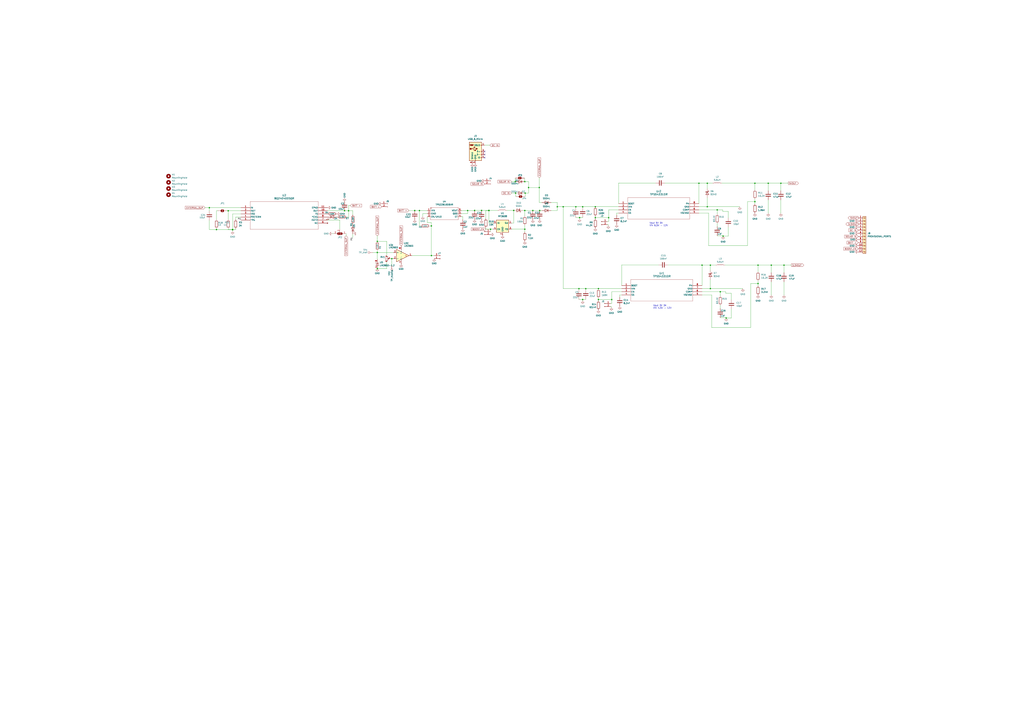
<source format=kicad_sch>
(kicad_sch (version 20231120) (generator "eeschema") (generator_version "8.0")
  (paper "A1")
  (title_block (title "IOT UPS") (rev "1"))
  (junction (at 596.3937 261.366))
  (junction (at 423.418 158.6861))
  (junction (at 191.008 188.6975))
  (junction (at 171.958 170.688))
  (junction (at 580.898 169.926))
  (junction (at 431.038 188.4041))
  (junction (at 443.23 172.974))
  (junction (at 478.536 246.126))
  (junction (at 580.898 150.622))
  (junction (at 462.534 169.926))
  (junction (at 457.708 169.926))
  (junction (at 402.844 188.4041))
  (junction (at 187.452 173.228))
  (junction (at 472.948 169.926))
  (junction (at 431.038 149.2881))
  (junction (at 576.58 217.932))
  (junction (at 622.554 217.932))
  (junction (at 395.478 172.9101))
  (junction (at 431.292 158.6861))
  (junction (at 282.956 173.228))
  (junction (at 633.476 217.932))
  (junction (at 478.536 169.926))
  (junction (at 591.566 239.776))
  (junction (at 389.7594 172.9101))
  (junction (at 491.49 246.1983))
  (junction (at 434.086 154.1141))
  (junction (at 481.076 237.236))
  (junction (at 309.88 198.374))
  (junction (at 191.008 188.7596))
  (junction (at 321.818 212.598))
  (junction (at 488.95 169.926))
  (junction (at 423.164 149.2881))
  (junction (at 641.35 150.622))
  (junction (at 583.438 217.932))
  (junction (at 589.026 172.466))
  (junction (at 437.642 172.974))
  (junction (at 583.438 237.236))
  (junction (at 354.33 185.6556))
  (junction (at 475.488 237.236))
  (junction (at 622.554 233.0306))
  (junction (at 340.614 172.974))
  (junction (at 286.258 173.228))
  (junction (at 620.014 165.7206))
  (junction (at 502.412 246.1983))
  (junction (at 344.4871 173.0209))
  (junction (at 491.49 237.236))
  (junction (at 574.04 150.622))
  (junction (at 401.574 172.9101))
  (junction (at 309.88 220.726))
  (junction (at 354.33 210.058))
  (junction (at 499.872 178.8883))
  (junction (at 421.894 172.9101))
  (junction (at 442.9096 154.1141))
  (junction (at 630.936 150.622))
  (junction (at 593.8537 194.056))
  (junction (at 401.574 172.9677))
  (junction (at 384.0429 173.0209))
  (junction (at 309.88 207.518))
  (junction (at 177.8 188.7038))
  (junction (at 191.008 188.7038))
  (junction (at 431.038 172.974))
  (junction (at 620.014 150.622))
  (junction (at 475.996 178.816))
  (junction (at 488.95 178.8883))
  (junction (at 643.89 217.932))
  (no_connect (at 398.018 127))
  (no_connect (at 398.018 129.54))
  (no_connect (at 398.018 124.46))
  (wire (pts (xy 596.3937 261.112) (xy 596.3937 261.366)))
  (wire (pts (xy 501.396 251.968) (xy 502.158 251.968)))
  (wire (pts (xy 478.536 178.816) (xy 478.536 178.562)))
  (wire (pts (xy 395.478 173.228) (xy 395.478 172.9101)))
  (wire (pts (xy 510.54 242.316) (xy 509.016 242.316)))
  (wire (pts (xy 442.9096 166.37) (xy 442.9096 154.1141)))
  (wire (pts (xy 399.034 179.578) (xy 399.034 172.9677)))
  (wire (pts (xy 600.71 254) (xy 600.71 261.366)))
  (wire (pts (xy 420.37 183.3241) (xy 421.894 183.3241)))
  (wire (pts (xy 499.872 172.466) (xy 499.872 178.8883)))
  (wire (pts (xy 402.844 188.4041) (xy 405.13 188.4041)))
  (wire (pts (xy 340.614 172.974) (xy 344.4871 172.974)))
  (wire (pts (xy 384.0429 173.0209) (xy 389.7594 173.0209)))
  (wire (pts (xy 323.088 207.518) (xy 309.88 207.518)))
  (wire (pts (xy 431.292 161.544) (xy 431.292 158.6861)))
  (wire (pts (xy 499.872 178.8883) (xy 488.95 178.8883)))
  (wire (pts (xy 491.49 237.236) (xy 510.54 237.236)))
  (wire (pts (xy 589.026 172.466) (xy 593.5233 172.466)))
  (wire (pts (xy 171.958 181.102) (xy 171.958 188.7038)))
  (wire (pts (xy 309.88 193.802) (xy 309.88 198.374)))
  (wire (pts (xy 434.086 154.1141) (xy 434.086 158.6861)))
  (wire (pts (xy 168.402 170.688) (xy 171.958 170.688)))
  (wire (pts (xy 613.918 201.93) (xy 613.918 165.7206)))
  (wire (pts (xy 321.818 218.44) (xy 321.818 212.598)))
  (wire (pts (xy 378.9162 178.1009) (xy 380.1449 178.1009)))
  (wire (pts (xy 583.438 229.87) (xy 583.438 237.236)))
  (wire (pts (xy 584.454 269.24) (xy 616.458 269.24)))
  (wire (pts (xy 321.818 212.598) (xy 323.088 212.598)))
  (wire (pts (xy 423.672 158.6861) (xy 423.418 158.6861)))
  (wire (pts (xy 284.734 178.308) (xy 286.258 178.308)))
  (wire (pts (xy 273.05 192.024) (xy 274.066 192.024)))
  (wire (pts (xy 508 150.368) (xy 538.48 150.368)))
  (wire (pts (xy 491.49 246.1983) (xy 491.49 247.142)))
  (wire (pts (xy 598.17 186.69) (xy 598.17 194.056)))
  (wire (pts (xy 421.894 183.3241) (xy 421.894 172.9101)))
  (wire (pts (xy 284.226 192.024) (xy 284.226 193.802)))
  (wire (pts (xy 177.8 180.34) (xy 177.8 173.228)))
  (wire (pts (xy 286.258 178.308) (xy 286.258 173.228)))
  (wire (pts (xy 576.58 242.316) (xy 584.454 242.316)))
  (wire (pts (xy 352.9901 185.6556) (xy 354.33 185.6556)))
  (wire (pts (xy 423.164 146.304) (xy 423.164 149.2881)))
  (wire (pts (xy 584.454 242.316) (xy 584.454 269.24)))
  (wire (pts (xy 591.566 250.952) (xy 591.566 253.492)))
  (wire (pts (xy 279.146 188.214) (xy 279.146 180.848)))
  (wire (pts (xy 171.958 170.688) (xy 197.866 170.688)))
  (wire (pts (xy 306.324 207.518) (xy 309.88 207.518)))
  (wire (pts (xy 574.04 172.466) (xy 589.026 172.466)))
  (wire (pts (xy 641.35 164.338) (xy 641.35 175.26)))
  (wire (pts (xy 510.54 217.678) (xy 541.02 217.678)))
  (wire (pts (xy 596.392 261.366) (xy 596.3937 261.366)))
  (wire (pts (xy 593.852 194.056) (xy 593.8537 194.056)))
  (wire (pts (xy 191.008 188.6975) (xy 191.008 188.7038)))
  (wire (pts (xy 508 175.006) (xy 506.476 175.006)))
  (wire (pts (xy 491.49 245.11) (xy 491.49 246.1983)))
  (wire (pts (xy 481.076 246.126) (xy 481.076 245.872)))
  (wire (pts (xy 402.844 190.246) (xy 402.844 188.4041)))
  (wire (pts (xy 443.23 172.974) (xy 445.008 172.974)))
  (wire (pts (xy 593.8537 194.056) (xy 598.17 194.056)))
  (wire (pts (xy 282.956 173.228) (xy 286.258 173.228)))
  (wire (pts (xy 276.606 178.308) (xy 277.114 178.308)))
  (wire (pts (xy 378.9162 173.0209) (xy 384.0429 173.0209)))
  (wire (pts (xy 191.008 188.6975) (xy 193.548 188.6975)))
  (wire (pts (xy 596.0633 239.776) (xy 596.0633 241.046)))
  (wire (pts (xy 344.4871 173.0209) (xy 344.4871 185.6556)))
  (wire (pts (xy 431.038 172.974) (xy 431.038 177.4821)))
  (wire (pts (xy 191.008 188.7038) (xy 191.008 188.7596)))
  (wire (pts (xy 472.948 178.816) (xy 475.996 178.816)))
  (wire (pts (xy 576.58 217.678) (xy 576.58 217.932)))
  (wire (pts (xy 401.574 183.3241) (xy 401.574 172.9677)))
  (wire (pts (xy 317.754 198.374) (xy 309.88 198.374)))
  (wire (pts (xy 580.898 162.56) (xy 580.898 169.926)))
  (wire (pts (xy 457.708 169.926) (xy 462.534 169.926)))
  (wire (pts (xy 598.17 179.07) (xy 598.17 173.736)))
  (wire (pts (xy 580.898 169.926) (xy 607.568 169.926)))
  (wire (pts (xy 502.412 249.428) (xy 502.412 246.1983)))
  (wire (pts (xy 430.784 149.2881) (xy 431.038 149.2881)))
  (wire (pts (xy 434.086 154.1141) (xy 442.9096 154.1141)))
  (wire (pts (xy 354.33 210.058) (xy 356.6106 210.058)))
  (wire (pts (xy 395.478 172.9101) (xy 401.574 172.9101)))
  (wire (pts (xy 462.534 169.926) (xy 472.948 169.926)))
  (wire (pts (xy 317.754 210.058) (xy 317.754 198.374)))
  (wire (pts (xy 502.412 246.1983) (xy 491.49 246.1983)))
  (wire (pts (xy 574.04 150.622) (xy 574.04 167.386)))
  (wire (pts (xy 576.58 217.932) (xy 583.438 217.932)))
  (wire (pts (xy 622.554 233.0306) (xy 622.554 234.95)))
  (wire (pts (xy 589.026 172.466) (xy 589.026 176.022)))
  (wire (pts (xy 580.898 150.622) (xy 585.216 150.622)))
  (wire (pts (xy 478.536 246.126) (xy 481.076 246.126)))
  (wire (pts (xy 475.488 237.236) (xy 475.488 238.506)))
  (wire (pts (xy 191.008 188.7596) (xy 191.008 189.992)))
  (wire (pts (xy 583.438 222.25) (xy 583.438 217.932)))
  (wire (pts (xy 197.866 175.768) (xy 191.008 175.768)))
  (wire (pts (xy 420.37 188.4041) (xy 431.038 188.4041)))
  (wire (pts (xy 286.258 168.91) (xy 286.258 173.228)))
  (wire (pts (xy 583.438 237.236) (xy 576.58 237.236)))
  (wire (pts (xy 591.566 261.112) (xy 596.3937 261.112)))
  (wire (pts (xy 498.856 184.658) (xy 499.618 184.658)))
  (wire (pts (xy 431.038 172.974) (xy 437.642 172.974)))
  (wire (pts (xy 499.872 182.118) (xy 499.872 178.8883)))
  (wire (pts (xy 350.9762 182.9485) (xy 354.33 182.9485)))
  (wire (pts (xy 344.4871 173.0209) (xy 350.9762 173.0209)))
  (wire (pts (xy 452.628 166.37) (xy 457.708 166.37)))
  (wire (pts (xy 643.89 224.028) (xy 643.89 217.932)))
  (wire (pts (xy 431.038 188.4041) (xy 431.038 190.6901)))
  (wire (pts (xy 193.548 178.308) (xy 193.548 180.34)))
  (wire (pts (xy 380.1449 178.1009) (xy 380.1449 180.4599)))
  (wire (pts (xy 580.898 169.926) (xy 574.04 169.926)))
  (wire (pts (xy 429.514 172.9101) (xy 431.038 172.9101)))
  (wire (pts (xy 289.814 184.658) (xy 289.814 184.15)))
  (wire (pts (xy 399.034 187.198) (xy 399.034 188.4041)))
  (wire (pts (xy 622.554 223.266) (xy 622.554 217.932)))
  (wire (pts (xy 598.17 173.736) (xy 593.5233 173.736)))
  (wire (pts (xy 475.996 179.832) (xy 475.996 178.816)))
  (wire (pts (xy 187.452 187.96) (xy 187.452 188.7596)))
  (wire (pts (xy 431.038 158.6861) (xy 431.292 158.6861)))
  (wire (pts (xy 431.038 185.1021) (xy 431.038 188.4041)))
  (wire (pts (xy 620.014 155.956) (xy 620.014 150.622)))
  (wire (pts (xy 416.306 172.9101) (xy 421.894 172.9101)))
  (wire (pts (xy 289.814 173.228) (xy 289.814 176.53)))
  (wire (pts (xy 344.4871 172.974) (xy 344.4871 173.0209)))
  (wire (pts (xy 399.034 172.9677) (xy 401.574 172.9677)))
  (wire (pts (xy 546.1 150.368) (xy 574.04 150.368)))
  (wire (pts (xy 462.534 169.926) (xy 462.534 237.236)))
  (wire (pts (xy 591.566 239.776) (xy 596.0633 239.776)))
  (wire (pts (xy 574.04 150.368) (xy 574.04 150.622)))
  (wire (pts (xy 574.04 175.006) (xy 581.914 175.006)))
  (wire (pts (xy 501.396 249.428) (xy 502.412 249.428)))
  (wire (pts (xy 581.914 201.93) (xy 613.918 201.93)))
  (wire (pts (xy 434.086 149.2881) (xy 434.086 154.1141)))
  (wire (pts (xy 437.642 172.974) (xy 443.23 172.974)))
  (wire (pts (xy 499.618 184.658) (xy 499.618 185.42)))
  (wire (pts (xy 633.476 217.932) (xy 643.89 217.932)))
  (wire (pts (xy 389.7594 173.0209) (xy 389.7594 172.9101)))
  (wire (pts (xy 442.9096 154.1141) (xy 442.976 154.1141)))
  (wire (pts (xy 481.076 238.252) (xy 481.076 237.236)))
  (wire (pts (xy 171.958 173.482) (xy 171.958 170.688)))
  (wire (pts (xy 401.574 172.9677) (xy 401.574 172.9101)))
  (wire (pts (xy 420.116 158.6861) (xy 423.418 158.6861)))
  (wire (pts (xy 309.88 207.518) (xy 309.88 213.106)))
  (wire (pts (xy 442.976 154.1141) (xy 442.976 146.05)))
  (wire (pts (xy 472.948 169.926) (xy 472.948 171.196)))
  (wire (pts (xy 171.958 188.7038) (xy 177.8 188.7038)))
  (wire (pts (xy 583.438 217.932) (xy 587.756 217.932)))
  (wire (pts (xy 633.476 231.648) (xy 633.476 242.57)))
  (wire (pts (xy 620.014 163.576) (xy 620.014 165.7206)))
  (wire (pts (xy 475.488 237.236) (xy 481.076 237.236)))
  (wire (pts (xy 268.986 173.228) (xy 282.956 173.228)))
  (wire (pts (xy 478.536 169.926) (xy 488.95 169.926)))
  (wire (pts (xy 589.026 193.802) (xy 593.8537 193.802)))
  (wire (pts (xy 630.936 150.622) (xy 641.35 150.622)))
  (wire (pts (xy 616.458 233.0306) (xy 622.554 233.0306)))
  (wire (pts (xy 384.0429 175.5609) (xy 384.0429 173.0209)))
  (wire (pts (xy 197.866 178.308) (xy 193.548 178.308)))
  (wire (pts (xy 620.014 150.622) (xy 630.936 150.622)))
  (wire (pts (xy 389.7594 172.9101) (xy 395.478 172.9101)))
  (wire (pts (xy 457.708 166.37) (xy 457.708 169.926)))
  (wire (pts (xy 317.754 215.138) (xy 317.754 220.726)))
  (wire (pts (xy 430.784 146.304) (xy 430.784 149.2881)))
  (wire (pts (xy 488.95 177.8) (xy 488.95 178.8883)))
  (wire (pts (xy 643.89 217.932) (xy 649.986 217.932)))
  (wire (pts (xy 177.8 188.7038) (xy 191.008 188.7038)))
  (wire (pts (xy 420.116 149.2881) (xy 423.164 149.2881)))
  (wire (pts (xy 641.35 156.718) (xy 641.35 150.622)))
  (wire (pts (xy 423.672 161.544) (xy 423.672 158.6861)))
  (wire (pts (xy 309.88 205.994) (xy 309.88 207.518)))
  (wire (pts (xy 591.566 239.776) (xy 591.566 243.332)))
  (wire (pts (xy 335.788 172.974) (xy 340.614 172.974)))
  (wire (pts (xy 593.8537 193.802) (xy 593.8537 194.056)))
  (wire (pts (xy 457.708 172.974) (xy 457.708 169.926)))
  (wire (pts (xy 345.3701 185.6556) (xy 344.4871 185.6556)))
  (wire (pts (xy 633.476 224.028) (xy 633.476 217.932)))
  (wire (pts (xy 401.574 172.9101) (xy 408.686 172.9101)))
  (wire (pts (xy 423.164 149.2881) (xy 423.418 149.2881)))
  (wire (pts (xy 431.038 172.9101) (xy 431.038 172.974)))
  (wire (pts (xy 478.536 247.142) (xy 478.536 246.126)))
  (wire (pts (xy 289.814 192.278) (xy 289.814 195.072)))
  (wire (pts (xy 502.412 239.776) (xy 502.412 246.1983)))
  (wire (pts (xy 338.328 210.058) (xy 354.33 210.058)))
  (wire (pts (xy 576.58 217.932) (xy 576.58 234.696)))
  (wire (pts (xy 510.54 234.696) (xy 510.54 217.678)))
  (wire (pts (xy 491.49 237.49) (xy 491.49 237.236)))
  (wire (pts (xy 287.782 168.91) (xy 286.258 168.91)))
  (wire (pts (xy 431.292 158.6861) (xy 434.086 158.6861)))
  (wire (pts (xy 347.2387 175.5609) (xy 347.2387 177.8899)))
  (wire (pts (xy 593.5233 172.466) (xy 593.5233 173.736)))
  (wire (pts (xy 592.836 150.622) (xy 620.014 150.622)))
  (wire (pts (xy 478.536 170.942) (xy 478.536 169.926)))
  (wire (pts (xy 481.076 237.236) (xy 491.49 237.236)))
  (wire (pts (xy 508 167.386) (xy 508 150.368)))
  (wire (pts (xy 488.95 169.926) (xy 508 169.926)))
  (wire (pts (xy 354.33 182.9485) (xy 354.33 185.6556)))
  (wire (pts (xy 580.898 154.94) (xy 580.898 150.622)))
  (wire (pts (xy 356.6106 210.058) (xy 356.6106 210.0678)))
  (wire (pts (xy 452.628 172.974) (xy 457.708 172.974)))
  (wire (pts (xy 402.336 119.38) (xy 398.018 119.38)))
  (wire (pts (xy 508 172.466) (xy 499.872 172.466)))
  (wire (pts (xy 186.436 173.228) (xy 187.452 173.228)))
  (wire (pts (xy 279.146 180.848) (xy 268.986 180.848)))
  (wire (pts (xy 286.258 173.228) (xy 289.814 173.228)))
  (wire (pts (xy 506.476 175.006) (xy 506.476 176.784)))
  (wire (pts (xy 596.3937 261.366) (xy 600.71 261.366)))
  (wire (pts (xy 354.33 185.6556) (xy 354.33 210.058)))
  (wire (pts (xy 630.936 156.718) (xy 630.936 150.622)))
  (wire (pts (xy 177.8 187.96) (xy 177.8 188.7038)))
  (wire (pts (xy 197.866 173.228) (xy 187.452 173.228)))
  (wire (pts (xy 317.754 220.726) (xy 309.88 220.726)))
  (wire (pts (xy 574.04 150.622) (xy 580.898 150.622)))
  (wire (pts (xy 643.89 231.648) (xy 643.89 242.57)))
  (wire (pts (xy 616.458 269.24) (xy 616.458 233.0306)))
  (wire (pts (xy 399.034 188.4041) (xy 402.844 188.4041)))
  (wire (pts (xy 488.95 178.8883) (xy 488.95 179.832)))
  (wire (pts (xy 502.158 251.968) (xy 502.158 252.73)))
  (wire (pts (xy 350.9762 178.1009) (xy 350.9762 182.9485)))
  (wire (pts (xy 510.54 239.776) (xy 502.412 239.776)))
  (wire (pts (xy 177.8 173.228) (xy 178.816 173.228)))
  (wire (pts (xy 187.452 173.228) (xy 187.452 180.34)))
  (wire (pts (xy 475.996 178.816) (xy 478.536 178.816)))
  (wire (pts (xy 378.9162 175.5609) (xy 384.0429 175.5609)))
  (wire (pts (xy 472.948 169.926) (xy 478.536 169.926)))
  (wire (pts (xy 431.038 149.2881) (xy 434.086 149.2881)))
  (wire (pts (xy 622.554 217.932) (xy 633.476 217.932)))
  (wire (pts (xy 350.9762 175.5609) (xy 347.2387 175.5609)))
  (wire (pts (xy 595.376 217.932) (xy 622.554 217.932)))
  (wire (pts (xy 583.438 237.236) (xy 610.108 237.236)))
  (wire (pts (xy 576.58 239.776) (xy 591.566 239.776)))
  (wire (pts (xy 488.95 169.926) (xy 488.95 170.18)))
  (wire (pts (xy 405.13 183.3241) (xy 401.574 183.3241)))
  (wire (pts (xy 630.936 164.338) (xy 630.936 175.26)))
  (wire (pts (xy 589.026 183.642) (xy 589.026 186.182)))
  (wire (pts (xy 498.856 182.118) (xy 499.872 182.118)))
  (wire (pts (xy 620.014 165.7206) (xy 620.014 167.64)))
  (wire (pts (xy 581.914 175.006) (xy 581.914 201.93)))
  (wire (pts (xy 509.016 242.316) (xy 509.016 244.094)))
  (wire (pts (xy 462.534 237.236) (xy 475.488 237.236)))
  (wire (pts (xy 320.294 212.598) (xy 321.818 212.598)))
  (wire (pts (xy 613.918 165.7206) (xy 620.014 165.7206)))
  (wire (pts (xy 641.35 150.622) (xy 647.446 150.622)))
  (wire (pts (xy 548.64 217.678) (xy 576.58 217.678)))
  (wire (pts (xy 191.008 175.768) (xy 191.008 188.6975)))
  (wire (pts (xy 600.71 246.38) (xy 600.71 241.046)))
  (wire (pts (xy 445.008 166.37) (xy 442.9096 166.37)))
  (wire (pts (xy 187.452 188.7596) (xy 191.008 188.7596)))
  (wire (pts (xy 475.488 246.126) (xy 478.536 246.126)))
  (wire (pts (xy 600.71 241.046) (xy 596.0633 241.046)))
  (wire (pts (xy 622.554 230.886) (xy 622.554 233.0306)))
  (wire (pts (xy 193.548 187.96) (xy 193.548 188.6975)))
  (text "Vout 3V 3A\nVin 4.5V - 12V" (at 536.448 252.222 0) (effects (font (size 1.27 1.27)) (justify left)))
  (text "Vout 5V 3A\nVin 6.5V - 12V" (at 533.4 184.404 0) (effects (font (size 1.27 1.27)) (justify left)))
  (label "PG" (at 197.866 180.848 180))
  (label "PG" (at 289.814 195.072 270))
  (global_label "EXTERNAL_SUP" (shape input) (at 309.88 193.802 90) (property "Intersheetrefs" "${INTERSHEET_REFS}" (effects (hide yes))))
  (global_label "EXTERNAL_SUP" (shape input) (at 284.226 193.802 270) (property "Intersheetrefs" "${INTERSHEET_REFS}" (effects (hide yes))))
  (global_label "DC IN" (shape input) (at 402.336 119.38 0) (property "Intersheetrefs" "${INTERSHEET_REFS}" (effects (hide yes))))
  (global_label "EXTERNAL_SUP" (shape input) (at 442.976 146.05 90) (property "Intersheetrefs" "${INTERSHEET_REFS}" (effects (hide yes))))
  (global_label "BATT +" (shape input) (at 704.85 199.39 180) (property "Intersheetrefs" "${INTERSHEET_REFS}" (effects (hide yes))))
  (global_label "5VOUT" (shape output) (at 704.85 179.07 180) (property "Intersheetrefs" "${INTERSHEET_REFS}" (effects (hide yes))))
  (global_label "SOLAR IN" (shape input) (at 420.116 149.2881 180) (property "Intersheetrefs" "${INTERSHEET_REFS}" (effects (hide yes))))
  (global_label "SOLAR IN" (shape input) (at 398.018 151.13 180) (property "Intersheetrefs" "${INTERSHEET_REFS}" (effects (hide yes))))
  (global_label "DC IN" (shape input) (at 704.85 189.23 180) (property "Intersheetrefs" "${INTERSHEET_REFS}" (effects (hide yes))))
  (global_label "BOOST_EN" (shape input) (at 704.85 204.47 180) (property "Intersheetrefs" "${INTERSHEET_REFS}" (effects (hide yes))))
  (global_label "BATT +" (shape input) (at 335.788 172.974 180) (property "Intersheetrefs" "${INTERSHEET_REFS}" (effects (hide yes))))
  (global_label "BATT +" (shape input) (at 313.436 169.926 180) (property "Intersheetrefs" "${INTERSHEET_REFS}" (effects (hide yes))))
  (global_label "DC IN" (shape input) (at 420.116 158.6861 180) (property "Intersheetrefs" "${INTERSHEET_REFS}" (effects (hide yes))))
  (global_label "3.3VOUT" (shape output) (at 649.986 217.932 0) (property "Intersheetrefs" "${INTERSHEET_REFS}" (effects (hide yes))))
  (global_label "5VOUT" (shape output) (at 647.446 150.622 0) (property "Intersheetrefs" "${INTERSHEET_REFS}" (effects (hide yes))))
  (global_label "EXTERNAL_SUP" (shape input) (at 168.402 170.688 180) (property "Intersheetrefs" "${INTERSHEET_REFS}" (effects (hide yes))))
  (global_label "EXTERNAL_SUP" (shape input) (at 329.438 201.93 90) (property "Intersheetrefs" "${INTERSHEET_REFS}" (effects (hide yes))))
  (global_label "BOOST_EN" (shape input) (at 399.034 188.4041 180) (property "Intersheetrefs" "${INTERSHEET_REFS}" (effects (hide yes))))
  (global_label "3.3VOUT" (shape output) (at 704.85 184.15 180) (property "Intersheetrefs" "${INTERSHEET_REFS}" (effects (hide yes))))
  (global_label "SOLAR IN" (shape input) (at 704.85 194.31 180) (property "Intersheetrefs" "${INTERSHEET_REFS}" (effects (hide yes))))
  (global_label "BATT +" (shape input) (at 287.782 168.91 0) (property "Intersheetrefs" "${INTERSHEET_REFS}" (effects (hide yes))))
  (symbol (lib_id "Connector:TestPoint") (at 321.818 218.44 180) (unit 1)
    (property "Reference" "TP2" (at 319.786 224.79 90))
    (property "Value" "TP_Vcomp" (at 321.818 226.568 90))
    (property "Footprint" "TestPoint:TestPoint_Keystone_5005-5009_Compact" (effects (hide yes)))
    (property "Description" "test point" (effects (hide yes)))
  )
  (symbol (lib_id "power:GND") (at 643.89 242.57 0) (unit 1)
    (property "Reference" "#PWR028" (effects (hide yes)))
    (property "Value" "GND" (at 643.89 247.142 0))
    (property "Description" "Power symbol creates a global label with name \"GND\" , ground" (effects (hide yes)))
  )
  (symbol (lib_id "Device:C") (at 506.476 180.594 0) (unit 1)
    (property "Reference" "C7" (at 509.524 179.3239 0) (effects (justify left)))
    (property "Value" "8.2nF" (at 509.524 181.8639 0) (effects (justify left)))
    (property "Footprint" "Capacitor_SMD:C_0603_1608Metric_Pad1.08x0.95mm_HandSolder" (effects (hide yes)))
    (property "Description" "Unpolarized capacitor" (effects (hide yes)))
    (property "LCSC" "C1322360" (effects (hide yes)))
  )
  (symbol (lib_id "Device:C") (at 472.948 175.006 0) (unit 1)
    (property "Reference" "C4" (at 469.9 172.974 0) (effects (justify left)))
    (property "Value" "22uF" (at 467.868 177.038 0) (effects (justify left)))
    (property "Footprint" "Capacitor_SMD:C_0805_2012Metric_Pad1.18x1.45mm_HandSolder" (effects (hide yes)))
    (property "Description" "Unpolarized capacitor" (effects (hide yes)))
    (property "LCSC" "C45783" (effects (hide yes)))
  )
  (symbol (lib_id "Device:R") (at 431.038 181.2921 0) (unit 1)
    (property "Reference" "R1" (at 427.228 179.578 0) (effects (justify left)))
    (property "Value" "100K" (at 424.688 182.118 0) (effects (justify left)))
    (property "Footprint" "Resistor_SMD:R_0603_1608Metric_Pad0.98x0.95mm_HandSolder" (effects (hide yes)))
    (property "Description" "Resistor" (effects (hide yes)))
    (property "LCSC" "C25803" (effects (hide yes)))
  )
  (symbol (lib_id "power:GND") (at 704.85 181.61 270) (unit 1)
    (property "Reference" "#PWR043" (effects (hide yes)))
    (property "Value" "GND" (at 699.77 181.61 90))
    (property "Description" "Power symbol creates a global label with name \"GND\" , ground" (effects (hide yes)))
  )
  (symbol (lib_id "Comparator:LM2903") (at 331.978 209.55 0) (unit 3)
    (property "Reference" "U3" (at 331.724 199.898 0) (effects (justify left)))
    (property "Value" "LM2903" (at 331.978 202.184 0) (effects (justify left)))
    (property "Footprint" "Package_SO:SOIC-8_3.9x4.9mm_P1.27mm" (effects (hide yes)))
    (property "Datasheet" "http://www.ti.com/lit/ds/symlink/lm393.pdf" (effects (hide yes)))
    (property "Description" "Low-Power, Low-Offset Voltage, Dual Comparators, DIP-8/SOIC-8/SOP-8/TSSOP-8/VSSOP-8" (effects (hide yes)))
    (property "LCSC" "C7549" (effects (hide yes)))
  )
  (symbol (lib_id "2024-09-10_13-19-56:TPS22810DBVR") (at 364.9462 175.5609 0) (unit 1)
    (property "Reference" "U4" (at 364.9462 165.6549 0))
    (property "Value" "TPS22810DBVR" (at 364.9462 168.1949 0))
    (property "Footprint" "InnovationCentral:SOT-23-6_L2.9-W1.6-P0.95-LS2.8-BL" (effects (hide yes)))
    (property "Datasheet" "https://www.ti.com/cn/lit/gpn/tps22810" (effects (hide yes)))
    (property "Description" "Number of Outputs:1 Output Current:2A Input Voltage:2.7V~18V Input Voltage:2.7V~18V Resistor On-State:79mΩ Operating Temperature	-:-40°C~+105°C Operating Temperature	-:-40°C~+105°C" (effects (hide yes)))
    (property "LCSC" "C205990" (effects (hide yes)))
  )
  (symbol (lib_id "Device:R") (at 589.026 179.832 0) (unit 1)
    (property "Reference" "R10" (at 590.55 178.308 0) (effects (justify left)))
    (property "Value" "60.4K" (at 586.486 182.626 90) (effects (justify left)))
    (property "Footprint" "Resistor_SMD:R_0603_1608Metric_Pad0.98x0.95mm_HandSolder" (effects (hide yes)))
    (property "Description" "Resistor" (effects (hide yes)))
    (property "LCSC" "C2933245" (effects (hide yes)))
  )
  (symbol (lib_id "Connector:Conn_01x02_Socket") (at 403.098 148.59 0) (unit 1)
    (property "Reference" "J4" (at 402.844 146.558 0))
    (property "Value" "Conn_01x02_Socket" (effects (hide yes)))
    (property "Footprint" "Connector_JST:JST_EH_S2B-EH_1x02_P2.50mm_Horizontal" (effects (hide yes)))
    (property "Description" "Generic connector, single row, 01x02, script generated" (effects (hide yes)))
  )
  (symbol (lib_id "Connector:USB_B_Micro") (at 390.398 124.46 0) (unit 1)
    (property "Reference" "J3" (at 390.398 111.76 0))
    (property "Value" "USB_B_Micro" (at 390.398 114.3 0))
    (property "Footprint" "Connector_USB:USB_Micro-B_Molex-105017-0001" (effects (hide yes)))
    (property "Datasheet" "https://datasheet.lcsc.com/lcsc/1811131826_MOLEX-475890001_C114094.pdf" (effects (hide yes)))
    (property "LCSC" "C404969" (effects (hide yes)))
  )
  (symbol (lib_id "Device:D") (at 448.818 166.37 180) (unit 1)
    (property "Reference" "D3" (at 448.818 160.528 0))
    (property "Value" "SS54L" (at 448.818 163.068 0))
    (property "Footprint" "Diode_SMD:D_SMB_Handsoldering" (effects (hide yes)))
    (property "Description" "Diode" (effects (hide yes)))
    (property "Sim.Device" "D" (effects (hide yes)))
    (property "Sim.Pins" "1=K 2=A" (effects (hide yes)))
    (property "LCSC" "C432138" (effects (hide yes)))
  )
  (symbol (lib_id "power:GND") (at 622.554 242.57 0) (unit 1)
    (property "Reference" "#PWR021" (effects (hide yes)))
    (property "Value" "GND" (at 622.554 247.142 0))
    (property "Description" "Power symbol creates a global label with name \"GND\" , ground" (effects (hide yes)))
  )
  (symbol (lib_id "Device:C") (at 395.478 177.038 0) (unit 1)
    (property "Reference" "C21" (at 391.5446 175.0699 0) (effects (justify left)))
    (property "Value" "22uF" (at 390.5286 179.3879 0) (effects (justify left)))
    (property "Footprint" "Capacitor_SMD:C_0805_2012Metric_Pad1.18x1.45mm_HandSolder" (effects (hide yes)))
    (property "Description" "Unpolarized capacitor" (effects (hide yes)))
    (property "LCSC" "C45783" (effects (hide yes)))
  )
  (symbol (lib_id "Jumper:SolderJumper_2_Open") (at 182.626 173.228 180) (unit 1) (exclude_from_sim yes) (in_bom no)
    (property "Reference" "JP1" (at 182.626 167.132 0))
    (property "Value" "SolderJumper_2_Open" (effects (hide yes)))
    (property "Footprint" "Jumper:SolderJumper-2_P1.3mm_Open_RoundedPad1.0x1.5mm" (effects (hide yes)))
    (property "Description" "Solder Jumper, 2-pole, open" (effects (hide yes)))
  )
  (symbol (lib_id "power:GND") (at 276.606 175.768 90) (unit 1)
    (property "Reference" "#PWR07" (effects (hide yes)))
    (property "Value" "GND" (at 279.146 175.768 90) (effects (justify right)))
    (property "Description" "Power symbol creates a global label with name \"GND\" , ground" (effects (hide yes)))
  )
  (symbol (lib_id "power:GND") (at 509.016 251.714 0) (unit 1)
    (property "Reference" "#PWR018" (effects (hide yes)))
    (property "Value" "GND" (at 509.016 256.286 0))
    (property "Description" "Power symbol creates a global label with name \"GND\" , ground" (effects (hide yes)))
  )
  (symbol (lib_id "Device:C") (at 643.89 227.838 180) (unit 1)
    (property "Reference" "C19" (at 647.954 226.5679 0) (effects (justify right)))
    (property "Value" "47uF" (at 647.954 229.1079 0) (effects (justify right)))
    (property "Footprint" "Capacitor_SMD:C_1210_3225Metric_Pad1.33x2.70mm_HandSolder" (effects (hide yes)))
    (property "Description" "Unpolarized capacitor" (effects (hide yes)))
    (property "LCSC" "C77101" (effects (hide yes)))
  )
  (symbol (lib_id "power:GND") (at 380.1449 188.0799 0) (unit 1)
    (property "Reference" "#PWR031" (effects (hide yes)))
    (property "Value" "GND" (at 380.1449 191.9538 0))
    (property "Description" "Power symbol creates a global label with name \"GND\" , ground" (effects (hide yes)))
  )
  (symbol (lib_id "power:GND") (at 347.2387 177.8899 0) (unit 1)
    (property "Reference" "#PWR032" (effects (hide yes)))
    (property "Value" "GND" (at 347.2387 181.7638 0))
    (property "Description" "Power symbol creates a global label with name \"GND\" , ground" (effects (hide yes)))
  )
  (symbol (lib_id "power:GND") (at 593.852 194.056 0) (unit 1)
    (property "Reference" "#PWR012" (effects (hide yes)))
    (property "Value" "GND" (at 593.852 198.628 0))
    (property "Description" "Power symbol creates a global label with name \"GND\" , ground" (effects (hide yes)))
  )
  (symbol (lib_id "power:GND") (at 313.436 167.386 270) (unit 1)
    (property "Reference" "#PWR039" (effects (hide yes)))
    (property "Value" "GND" (at 310.896 167.386 90) (effects (justify right)))
    (property "Description" "Power symbol creates a global label with name \"GND\" , ground" (effects (hide yes)))
  )
  (symbol (lib_id "power:GND") (at 412.75 193.4841 0) (unit 1)
    (property "Reference" "#PWR01" (effects (hide yes)))
    (property "Value" "GND" (at 412.75 198.0561 0))
    (property "Description" "Power symbol creates a global label with name \"GND\" , ground" (effects (hide yes)))
  )
  (symbol (lib_id "power:GND") (at 704.85 191.77 270) (unit 1)
    (property "Reference" "#PWR045" (effects (hide yes)))
    (property "Value" "GND" (at 699.77 191.77 90))
    (property "Description" "Power symbol creates a global label with name \"GND\" , ground" (effects (hide yes)))
  )
  (symbol (lib_id "Mechanical:MountingHole") (at 138.43 154.94 0) (unit 1) (exclude_from_sim yes) (in_bom no)
    (property "Reference" "H3" (at 140.97 153.6699 0) (effects (justify left)))
    (property "Value" "MountingHole" (at 140.97 156.2099 0) (effects (justify left)))
    (property "Footprint" "MountingHole:MountingHole_3.2mm_M3" (effects (hide yes)))
    (property "Description" "Mounting Hole without connection" (effects (hide yes)))
  )
  (symbol (lib_id "Connector:Conn_01x02_Pin") (at 496.316 249.428 0) (unit 1)
    (property "Reference" "J1" (at 495.3 247.65 0))
    (property "Value" "Conn_01x02_Pin" (effects (hide yes)))
    (property "Footprint" "Connector_PinHeader_2.54mm:PinHeader_1x02_P2.54mm_Vertical" (effects (hide yes)))
    (property "Description" "Generic connector, single row, 01x02, script generated" (effects (hide yes)))
  )
  (symbol (lib_id "power:GND") (at 356.6106 212.6078 0) (unit 1)
    (property "Reference" "#PWR040" (effects (hide yes)))
    (property "Value" "GND" (at 356.6106 216.4817 0))
    (property "Description" "Power symbol creates a global label with name \"GND\" , ground" (effects (hide yes)))
  )
  (symbol (lib_id "Diode:B340") (at 580.898 158.75 270) (unit 1)
    (property "Reference" "D6" (at 583.438 157.1624 90) (effects (justify left)))
    (property "Value" "B340" (at 583.438 159.7024 90) (effects (justify left)))
    (property "Footprint" "Diode_SMD:D_SMA_Handsoldering" (effects (hide yes)))
    (property "Datasheet" "http://www.jameco.com/Jameco/Products/ProdDS/1538777.pdf" (effects (hide yes)))
    (property "Description" "40V 3A Schottky Barrier Rectifier Diode, SMC" (effects (hide yes)))
    (property "LCSC" "C17101" (effects (hide yes)))
  )
  (symbol (lib_id "Device:L") (at 412.496 172.9101 90) (unit 1)
    (property "Reference" "L4" (at 412.496 167.5761 90))
    (property "Value" "5.6uH" (at 412.496 170.1161 90))
    (property "Footprint" "Inductor_SMD:L_Sunlord_MWSA0603S" (effects (hide yes)))
    (property "Description" "Inductor" (effects (hide yes)))
    (property "LCSC" "C408448" (effects (hide yes)))
  )
  (symbol (lib_id "2024-09-10_13-19-56:BQ24040DSQR") (at 197.866 170.688 0) (unit 1)
    (property "Reference" "U2" (at 233.426 160.528 0) (effects (font (size 1.524 1.524))))
    (property "Value" "BQ24040DSQR" (at 233.426 163.068 0) (effects (font (size 1.524 1.524))))
    (property "Footprint" "BQ24040DSQR:DSQ10_P9X1P5" (effects (hide yes)))
    (property "Datasheet" "BQ24040DSQR" (effects (hide yes)))
    (property "LCSC" " C81080" (effects (hide yes)))
  )
  (symbol (lib_id "Device:R") (at 488.95 183.642 0) (unit 1)
    (property "Reference" "R9" (at 484.124 182.88 0) (effects (justify left)))
    (property "Value" "44.2K" (at 481.076 185.166 0) (effects (justify left)))
    (property "Footprint" "Resistor_SMD:R_0603_1608Metric_Pad0.98x0.95mm_HandSolder" (effects (hide yes)))
    (property "Description" "Resistor" (effects (hide yes)))
    (property "LCSC" "C23056" (effects (hide yes)))
  )
  (symbol (lib_id "Mechanical:MountingHole") (at 138.43 160.02 0) (unit 1) (exclude_from_sim yes) (in_bom no)
    (property "Reference" "H4" (at 140.97 158.7499 0) (effects (justify left)))
    (property "Value" "MountingHole" (at 140.97 161.2899 0) (effects (justify left)))
    (property "Footprint" "MountingHole:MountingHole_3.2mm_M3" (effects (hide yes)))
    (property "Description" "Mounting Hole without connection" (effects (hide yes)))
  )
  (symbol (lib_id "Device:C") (at 630.936 160.528 180) (unit 1)
    (property "Reference" "C11" (at 635 159.2579 0) (effects (justify right)))
    (property "Value" "47uF" (at 635 161.7979 0) (effects (justify right)))
    (property "Footprint" "Capacitor_SMD:C_1210_3225Metric_Pad1.33x2.70mm_HandSolder" (effects (hide yes)))
    (property "Description" "Unpolarized capacitor" (effects (hide yes)))
    (property "LCSC" "C77101" (effects (hide yes)))
  )
  (symbol (lib_id "power:GND") (at 620.014 175.26 0) (unit 1)
    (property "Reference" "#PWR014" (effects (hide yes)))
    (property "Value" "GND" (at 620.014 179.832 0))
    (property "Description" "Power symbol creates a global label with name \"GND\" , ground" (effects (hide yes)))
  )
  (symbol (lib_id "Device:C") (at 282.956 169.418 0) (unit 1)
    (property "Reference" "C3" (at 279.908 167.386 0) (effects (justify left)))
    (property "Value" "10uF" (at 277.876 171.704 0) (effects (justify left)))
    (property "Footprint" "Capacitor_SMD:C_0805_2012Metric_Pad1.18x1.45mm_HandSolder" (effects (hide yes)))
    (property "Description" "Unpolarized capacitor" (effects (hide yes)))
    (property "LCSC" "C15850" (effects (hide yes)))
  )
  (symbol (lib_id "power:GND") (at 630.936 175.26 0) (unit 1)
    (property "Reference" "#PWR025" (effects (hide yes)))
    (property "Value" "GND" (at 630.936 179.832 0))
    (property "Description" "Power symbol creates a global label with name \"GND\" , ground" (effects (hide yes)))
  )
  (symbol (lib_id "power:GND") (at 282.956 165.608 180) (unit 1)
    (property "Reference" "#PWR023" (effects (hide yes)))
    (property "Value" "GND" (at 282.956 162.56 90) (effects (justify right)))
    (property "Description" "Power symbol creates a global label with name \"GND\" , ground" (effects (hide yes)))
  )
  (symbol (lib_id "power:GND") (at 488.95 187.452 0) (unit 1)
    (property "Reference" "#PWR09" (effects (hide yes)))
    (property "Value" "GND" (at 488.95 192.024 0))
    (property "Description" "Power symbol creates a global label with name \"GND\" , ground" (effects (hide yes)))
  )
  (symbol (lib_id "Jumper:SolderJumper_2_Open") (at 427.482 161.544 180) (unit 1) (exclude_from_sim yes) (in_bom no)
    (property "Reference" "JP4" (at 430.53 163.068 0))
    (property "Value" "SolderJumper_2_Open" (effects (hide yes)))
    (property "Footprint" "Jumper:SolderJumper-2_P1.3mm_Open_RoundedPad1.0x1.5mm" (effects (hide yes)))
    (property "Description" "Solder Jumper, 2-pole, open" (effects (hide yes)))
  )
  (symbol (lib_id "power:GND") (at 491.49 254.762 0) (unit 1)
    (property "Reference" "#PWR016" (effects (hide yes)))
    (property "Value" "GND" (at 491.49 259.334 0))
    (property "Description" "Power symbol creates a global label with name \"GND\" , ground" (effects (hide yes)))
  )
  (symbol (lib_id "Device:R") (at 622.554 238.76 0) (unit 1)
    (property "Reference" "R17" (at 625.094 237.4899 0) (effects (justify left)))
    (property "Value" "3.24K" (at 625.094 240.0299 0) (effects (justify left)))
    (property "Footprint" "Resistor_SMD:R_0603_1608Metric_Pad0.98x0.95mm_HandSolder" (effects (hide yes)))
    (property "Description" "Resistor" (effects (hide yes)))
    (property "LCSC" "C22994" (effects (hide yes)))
  )
  (symbol (lib_id "power:GND") (at 309.88 220.726 0) (unit 1)
    (property "Reference" "#PWR034" (effects (hide yes)))
    (property "Value" "GND" (at 309.88 224.5999 0))
    (property "Description" "Power symbol creates a global label with name \"GND\" , ground" (effects (hide yes)))
  )
  (symbol (lib_id "Device:R") (at 193.548 184.15 0) (unit 1)
    (property "Reference" "R3" (at 196.088 182.8799 0) (effects (justify left)))
    (property "Value" "2K" (at 196.088 185.4199 0) (effects (justify left)))
    (property "Footprint" "Resistor_SMD:R_0603_1608Metric_Pad0.98x0.95mm_HandSolder" (effects (hide yes)))
    (property "Description" "Resistor" (effects (hide yes)))
    (property "LCSC" "C22975" (effects (hide yes)))
  )
  (symbol (lib_id "Device:D") (at 427.228 149.2881 180) (unit 1)
    (property "Reference" "D1" (at 424.688 148.336 0))
    (property "Value" "SS54L" (at 422.91 150.876 0))
    (property "Footprint" "Diode_SMD:D_SMB_Handsoldering" (effects (hide yes)))
    (property "Description" "Diode" (effects (hide yes)))
    (property "Sim.Device" "D" (effects (hide yes)))
    (property "Sim.Pins" "1=K 2=A" (effects (hide yes)))
    (property "LCSC" "C432138" (effects (hide yes)))
  )
  (symbol (lib_id "Device:R") (at 272.796 175.768 90) (unit 1)
    (property "Reference" "R4" (at 268.478 174.752 90))
    (property "Value" "10K" (at 272.796 175.768 90))
    (property "Footprint" "Resistor_SMD:R_0603_1608Metric_Pad0.98x0.95mm_HandSolder" (effects (hide yes)))
    (property "Description" "Resistor" (effects (hide yes)))
    (property "LCSC" "C25804" (effects (hide yes)))
  )
  (symbol (lib_id "Device:R") (at 491.49 250.952 0) (unit 1)
    (property "Reference" "R14" (at 485.902 250.19 0) (effects (justify left)))
    (property "Value" "63.4K" (at 484.124 252.476 0) (effects (justify left)))
    (property "Footprint" "Resistor_SMD:R_0603_1608Metric_Pad0.98x0.95mm_HandSolder" (effects (hide yes)))
    (property "Description" "Resistor" (effects (hide yes)))
    (property "LCSC" "C23093" (effects (hide yes)))
  )
  (symbol (lib_id "Reference_Voltage:LM285D-1.2") (at 309.88 216.916 90) (unit 1)
    (property "Reference" "U5" (at 311.912 215.6459 90) (effects (justify right)))
    (property "Value" "LM285D-1.2" (at 311.912 218.1859 90) (effects (justify right)))
    (property "Footprint" "Package_SO:SOIC-8_3.9x4.9mm_P1.27mm" (effects (hide yes)))
    (property "Datasheet" "http://www.onsemi.com/pub_link/Collateral/LM285-D.PDF" (effects (hide yes)))
    (property "Description" "1.235V Micropower Voltage Reference Diodes, SO-8" (effects (hide yes)))
    (property "LCSC" "C5145309" (effects (hide yes)))
  )
  (symbol (lib_id "Device:R") (at 280.924 178.308 270) (unit 1)
    (property "Reference" "R7" (at 285.242 179.578 90))
    (property "Value" "1.5K" (at 280.924 178.308 90))
    (property "Footprint" "Resistor_SMD:R_0603_1608Metric_Pad0.98x0.95mm_HandSolder" (effects (hide yes)))
    (property "Description" "Resistor" (effects (hide yes)))
    (property "LCSC" "C22843" (effects (hide yes)))
  )
  (symbol (lib_id "Device:C") (at 544.83 217.678 90) (unit 1)
    (property "Reference" "C15" (at 544.83 210.058 90))
    (property "Value" "100nF" (at 544.83 212.598 90))
    (property "Footprint" "Capacitor_SMD:C_0603_1608Metric_Pad1.08x0.95mm_HandSolder" (effects (hide yes)))
    (property "Description" "Unpolarized capacitor" (effects (hide yes)))
    (property "LCSC" "C14663" (effects (hide yes)))
  )
  (symbol (lib_id "Device:R") (at 488.95 173.99 0) (unit 1)
    (property "Reference" "R20" (at 491.49 172.7199 0) (effects (justify left)))
    (property "Value" "169K" (at 491.49 175.2599 0) (effects (justify left)))
    (property "Footprint" "Resistor_SMD:R_0603_1608Metric_Pad0.98x0.95mm_HandSolder" (effects (hide yes)))
    (property "Description" "Resistor" (effects (hide yes)))
    (property "LCSC" "C22817" (effects (hide yes)))
  )
  (symbol (lib_id "Comparator:LM2903") (at 330.708 210.058 0) (unit 1)
    (property "Reference" "U3" (at 321.056 201.422 0))
    (property "Value" "LM2903" (at 323.088 203.454 0))
    (property "Footprint" "Package_SO:SOIC-8_3.9x4.9mm_P1.27mm" (effects (hide yes)))
    (property "Datasheet" "http://www.ti.com/lit/ds/symlink/lm393.pdf" (effects (hide yes)))
    (property "Description" "Low-Power, Low-Offset Voltage, Dual Comparators, DIP-8/SOIC-8/SOP-8/TSSOP-8/VSSOP-8" (effects (hide yes)))
    (property "LCSC" "C7549" (effects (hide yes)))
  )
  (symbol (lib_id "power:GND") (at 191.008 189.992 0) (unit 1)
    (property "Reference" "#PWR05" (effects (hide yes)))
    (property "Value" "GND" (at 191.008 194.564 0))
    (property "Description" "Power symbol creates a global label with name \"GND\" , ground" (effects (hide yes)))
  )
  (symbol (lib_id "Device:C") (at 340.614 176.784 0) (unit 1)
    (property "Reference" "C23" (at 333.502 176.276 0) (effects (justify left)))
    (property "Value" "10uF" (at 332.486 178.308 0) (effects (justify left)))
    (property "Footprint" "Capacitor_SMD:C_0805_2012Metric_Pad1.18x1.45mm_HandSolder" (effects (hide yes)))
    (property "Description" "Unpolarized capacitor" (effects (hide yes)))
    (property "LCSC" "C15850" (effects (hide yes)))
  )
  (symbol (lib_id "power:GND") (at 329.438 217.17 0) (unit 1)
    (property "Reference" "#PWR024" (effects (hide yes)))
    (property "Value" "GND" (at 329.438 221.0439 0))
    (property "Description" "Power symbol creates a global label with name \"GND\" , ground" (effects (hide yes)))
  )
  (symbol (lib_id "power:GND") (at 506.476 184.404 0) (unit 1)
    (property "Reference" "#PWR011" (effects (hide yes)))
    (property "Value" "GND" (at 506.476 188.976 0))
    (property "Description" "Power symbol creates a global label with name \"GND\" , ground" (effects (hide yes)))
  )
  (symbol (lib_id "Device:C") (at 478.536 174.752 0) (unit 1)
    (property "Reference" "C6" (at 481.584 173.4819 0) (effects (justify left)))
    (property "Value" "22uF" (at 481.584 176.0219 0) (effects (justify left)))
    (property "Footprint" "Capacitor_SMD:C_0805_2012Metric_Pad1.18x1.45mm_HandSolder" (effects (hide yes)))
    (property "Description" "Unpolarized capacitor" (effects (hide yes)))
    (property "LCSC" "C45783" (effects (hide yes)))
  )
  (symbol (lib_id "Device:C") (at 598.17 182.88 180) (unit 1)
    (property "Reference" "C10" (at 602.234 181.6099 0) (effects (justify right)))
    (property "Value" "10pF" (at 602.234 184.1499 0) (effects (justify right)))
    (property "Footprint" "Capacitor_SMD:C_0603_1608Metric_Pad1.08x0.95mm_HandSolder" (effects (hide yes)))
    (property "Description" "Unpolarized capacitor" (effects (hide yes)))
    (property "LCSC" "C1634" (effects (hide yes)))
  )
  (symbol (lib_id "Device:R") (at 491.49 241.3 0) (unit 1)
    (property "Reference" "R13" (at 494.03 240.0299 0) (effects (justify left)))
    (property "Value" "169K" (at 494.03 242.5699 0) (effects (justify left)))
    (property "Footprint" "Resistor_SMD:R_0603_1608Metric_Pad0.98x0.95mm_HandSolder" (effects (hide yes)))
    (property "Description" "Resistor" (effects (hide yes)))
    (property "LCSC" "C22817" (effects (hide yes)))
  )
  (symbol (lib_id "Connector:TestPoint") (at 306.324 207.518 90) (unit 1)
    (property "Reference" "TP1" (at 299.974 205.486 90))
    (property "Value" "TP_Vref" (at 298.196 207.518 90))
    (property "Footprint" "TestPoint:TestPoint_Keystone_5005-5009_Compact" (effects (hide yes)))
    (property "Description" "test point" (effects (hide yes)))
  )
  (symbol (lib_id "Device:C") (at 641.35 160.528 180) (unit 1)
    (property "Reference" "C12" (at 645.414 159.2579 0) (effects (justify right)))
    (property "Value" "47uF" (at 645.414 161.7979 0) (effects (justify right)))
    (property "Footprint" "Capacitor_SMD:C_1210_3225Metric_Pad1.33x2.70mm_HandSolder" (effects (hide yes)))
    (property "Description" "Unpolarized capacitor" (effects (hide yes)))
    (property "LCSC" "C77101" (effects (hide yes)))
  )
  (symbol (lib_id "power:GND") (at 607.568 169.926 0) (unit 1)
    (property "Reference" "#PWR013" (effects (hide yes)))
    (property "Value" "GND" (at 607.568 174.498 0))
    (property "Description" "Power symbol creates a global label with name \"GND\" , ground" (effects (hide yes)))
  )
  (symbol (lib_id "Connector:Conn_01x02_Pin") (at 397.764 190.246 0) (unit 1)
    (property "Reference" "J5" (at 395.478 192.024 0))
    (property "Value" "Conn_01x02_Pin" (effects (hide yes)))
    (property "Footprint" "Connector_PinHeader_2.54mm:PinHeader_1x02_P2.54mm_Vertical" (effects (hide yes)))
    (property "Description" "Generic connector, single row, 01x02, script generated" (effects (hide yes)))
  )
  (symbol (lib_id "Device:R_Potentiometer_Small") (at 317.754 212.598 0) (unit 1)
    (property "Reference" "RV1" (at 316.23 211.3279 0) (effects (justify right)))
    (property "Value" "R_Potentiometer_Small" (effects (hide yes)))
    (property "Footprint" "3296W:3296W-1-103_BRN" (effects (hide yes)))
    (property "Description" "Potentiometer" (effects (hide yes)))
    (property "LCSC" "C118954" (effects (hide yes)))
  )
  (symbol (lib_id "power:GND") (at 340.614 180.594 0) (unit 1)
    (property "Reference" "#PWR033" (effects (hide yes)))
    (property "Value" "GND" (at 340.614 184.4679 0))
    (property "Description" "Power symbol creates a global label with name \"GND\" , ground" (effects (hide yes)))
  )
  (symbol (lib_id "Device:D") (at 448.818 172.974 180) (unit 1)
    (property "Reference" "D8" (at 448.818 167.132 0))
    (property "Value" "SS54L" (at 448.818 169.672 0))
    (property "Footprint" "Diode_SMD:D_SMB_Handsoldering" (effects (hide yes)))
    (property "Description" "Diode" (effects (hide yes)))
    (property "Sim.Device" "D" (effects (hide yes)))
    (property "Sim.Pins" "1=K 2=A" (effects (hide yes)))
    (property "LCSC" "C432138" (effects (hide yes)))
  )
  (symbol (lib_id "power:GND") (at 437.642 180.594 0) (unit 1)
    (property "Reference" "#PWR030" (effects (hide yes)))
    (property "Value" "GND" (at 437.642 185.166 0))
    (property "Description" "Power symbol creates a global label with name \"GND\" , ground" (effects (hide yes)))
  )
  (symbol (lib_id "power:GND") (at 389.7594 180.5301 0) (unit 1)
    (property "Reference" "#PWR029" (effects (hide yes)))
    (property "Value" "GND" (at 389.7594 184.404 0))
    (property "Description" "Power symbol creates a global label with name \"GND\" , ground" (effects (hide yes)))
  )
  (symbol (lib_id "Device:L") (at 591.566 217.932 90) (unit 1)
    (property "Reference" "L3" (at 591.566 212.598 90))
    (property "Value" "5.6uH" (at 591.566 215.138 90))
    (property "Footprint" "Inductor_SMD:L_Sunlord_MWSA0603S" (effects (hide yes)))
    (property "Description" "Inductor" (effects (hide yes)))
    (property "LCSC" "C408448" (effects (hide yes)))
  )
  (symbol (lib_id "Device:C") (at 380.1449 184.2699 180) (unit 1)
    (property "Reference" "C2" (at 380.6529 182.2379 0) (effects (justify right)))
    (property "Value" "1nF" (at 380.3989 186.5559 0) (effects (justify right)))
    (property "Footprint" "Capacitor_SMD:C_0603_1608Metric_Pad1.08x0.95mm_HandSolder" (effects (hide yes)))
    (property "Description" "Unpolarized capacitor" (effects (hide yes)))
    (property "LCSC" " C100040" (effects (hide yes)))
  )
  (symbol (lib_id "power:GND") (at 641.35 175.26 0) (unit 1)
    (property "Reference" "#PWR026" (effects (hide yes)))
    (property "Value" "GND" (at 641.35 179.832 0))
    (property "Description" "Power symbol creates a global label with name \"GND\" , ground" (effects (hide yes)))
  )
  (symbol (lib_id "Connector:Conn_01x02_Pin") (at 493.776 182.118 0) (unit 1)
    (property "Reference" "J2" (at 494.411 177.546 0))
    (property "Value" "Conn_01x02_Pin" (effects (hide yes)))
    (property "Footprint" "Connector_PinHeader_2.54mm:PinHeader_1x02_P2.54mm_Vertical" (effects (hide yes)))
    (property "Description" "Generic connector, single row, 01x02, script generated" (effects (hide yes)))
  )
  (symbol (lib_id "power:GND") (at 395.478 180.848 0) (unit 1)
    (property "Reference" "#PWR02" (effects (hide yes)))
    (property "Value" "GND" (at 395.478 184.7219 0))
    (property "Description" "Power symbol creates a global label with name \"GND\" , ground" (effects (hide yes)))
  )
  (symbol (lib_id "power:GND") (at 704.85 196.85 270) (unit 1)
    (property "Reference" "#PWR044" (effects (hide yes)))
    (property "Value" "GND" (at 702.31 196.85 90) (effects (justify right)))
    (property "Description" "Power symbol creates a global label with name \"GND\" , ground" (effects (hide yes)))
  )
  (symbol (lib_id "Device:C") (at 591.566 257.302 180) (unit 1)
    (property "Reference" "C16" (at 592.074 255.27 0) (effects (justify right)))
    (property "Value" "1nF" (at 591.82 259.588 0) (effects (justify right)))
    (property "Footprint" "Capacitor_SMD:C_0603_1608Metric_Pad1.08x0.95mm_HandSolder" (effects (hide yes)))
    (property "Description" "Unpolarized capacitor" (effects (hide yes)))
    (property "LCSC" " C100040" (effects (hide yes)))
  )
  (symbol (lib_id "Mechanical:MountingHole") (at 138.43 149.86 0) (unit 1) (exclude_from_sim yes) (in_bom no)
    (property "Reference" "H2" (at 140.97 148.5899 0) (effects (justify left)))
    (property "Value" "MountingHole" (at 140.97 151.1299 0) (effects (justify left)))
    (property "Footprint" "MountingHole:MountingHole_3.2mm_M3" (effects (hide yes)))
    (property "Description" "Mounting Hole without connection" (effects (hide yes)))
  )
  (symbol (lib_id "power:GND") (at 502.158 252.73 0) (unit 1)
    (property "Reference" "#PWR017" (effects (hide yes)))
    (property "Value" "GND" (at 502.158 257.302 0))
    (property "Description" "Power symbol creates a global label with name \"GND\" , ground" (effects (hide yes)))
  )
  (symbol (lib_id "Mechanical:MountingHole") (at 138.43 144.78 0) (unit 1) (exclude_from_sim yes) (in_bom no)
    (property "Reference" "H1" (at 140.97 143.5099 0) (effects (justify left)))
    (property "Value" "MountingHole" (at 140.97 146.0499 0) (effects (justify left)))
    (property "Footprint" "MountingHole:MountingHole_3.2mm_M3" (effects (hide yes)))
    (property "Description" "Mounting Hole without connection" (effects (hide yes)))
  )
  (symbol (lib_id "power:GND") (at 499.618 185.42 0) (unit 1)
    (property "Reference" "#PWR022" (effects (hide yes)))
    (property "Value" "GND" (at 499.618 189.992 0))
    (property "Description" "Power symbol creates a global label with name \"GND\" , ground" (effects (hide yes)))
  )
  (symbol (lib_id "Device:L") (at 589.026 150.622 90) (unit 1)
    (property "Reference" "L2" (at 589.026 145.288 90))
    (property "Value" "5.6uH" (at 589.026 147.828 90))
    (property "Footprint" "Inductor_SMD:L_Sunlord_MWSA0603S" (effects (hide yes)))
    (property "Description" "Inductor" (effects (hide yes)))
    (property "LCSC" "C408448" (effects (hide yes)))
  )
  (symbol (lib_id "Device:R") (at 309.88 202.184 180) (unit 1)
    (property "Reference" "R6" (at 312.166 203.454 90))
    (property "Value" "10K" (at 309.88 202.184 90))
    (property "Footprint" "Resistor_SMD:R_0603_1608Metric_Pad0.98x0.95mm_HandSolder" (effects (hide yes)))
    (property "Description" "Resistor" (effects (hide yes)))
    (property "LCSC" "C25804" (effects (hide yes)))
  )
  (symbol (lib_id "Device:R") (at 431.038 194.5001 0) (unit 1)
    (property "Reference" "R2" (at 433.578 193.23 0) (effects (justify left)))
    (property "Value" "7.5K" (at 433.578 195.77 0) (effects (justify left)))
    (property "Footprint" "Resistor_SMD:R_0603_1608Metric_Pad0.98x0.95mm_HandSolder" (effects (hide yes)))
    (property "Description" "Resistor" (effects (hide yes)))
    (property "LCSC" "C23234" (effects (hide yes)))
  )
  (symbol (lib_id "power:GND") (at 596.392 261.366 0) (unit 1)
    (property "Reference" "#PWR019" (effects (hide yes)))
    (property "Value" "GND" (at 596.392 265.938 0))
    (property "Description" "Power symbol creates a global label with name \"GND\" , ground" (effects (hide yes)))
  )
  (symbol (lib_id "Jumper:SolderJumper_2_Open") (at 426.974 146.304 180) (unit 1) (exclude_from_sim yes) (in_bom no)
    (property "Reference" "JP3" (at 426.974 144.018 0))
    (property "Value" "SolderJumper_2_Open" (effects (hide yes)))
    (property "Footprint" "Jumper:SolderJumper-2_P1.3mm_Open_RoundedPad1.0x1.5mm" (effects (hide yes)))
    (property "Description" "Solder Jumper, 2-pole, open" (effects (hide yes)))
  )
  (symbol (lib_id "power:GND") (at 387.858 134.62 0) (unit 1)
    (property "Reference" "#PWR036" (effects (hide yes)))
    (property "Value" "GND" (at 387.858 137.16 90) (effects (justify right)))
    (property "Description" "Power symbol creates a global label with name \"GND\" , ground" (effects (hide yes)))
  )
  (symbol (lib_id "power:GND") (at 273.05 192.024 270) (unit 1)
    (property "Reference" "#PWR08" (effects (hide yes)))
    (property "Value" "GND" (at 270.002 192.024 90) (effects (justify right)))
    (property "Description" "Power symbol creates a global label with name \"GND\" , ground" (effects (hide yes)))
  )
  (symbol (lib_id "power:GND") (at 704.85 186.69 270) (unit 1)
    (property "Reference" "#PWR041" (effects (hide yes)))
    (property "Value" "GND" (at 699.77 186.69 90))
    (property "Description" "Power symbol creates a global label with name \"GND\" , ground" (effects (hide yes)))
  )
  (symbol (lib_id "Device:C") (at 437.642 176.784 0) (unit 1)
    (property "Reference" "C1" (at 433.4546 174.8159 0) (effects (justify left)))
    (property "Value" "22uF" (at 432.562 178.816 0) (effects (justify left)))
    (property "Footprint" "Capacitor_SMD:C_0805_2012Metric_Pad1.18x1.45mm_HandSolder" (effects (hide yes)))
    (property "Description" "Unpolarized capacitor" (effects (hide yes)))
    (property "LCSC" "C45783" (effects (hide yes)))
  )
  (symbol (lib_id "Device:R") (at 620.014 159.766 0) (unit 1)
    (property "Reference" "R11" (at 622.554 158.4959 0) (effects (justify left)))
    (property "Value" "10.2K" (at 622.554 161.0359 0) (effects (justify left)))
    (property "Footprint" "Resistor_SMD:R_0603_1608Metric_Pad0.98x0.95mm_HandSolder" (effects (hide yes)))
    (property "Description" "Resistor" (effects (hide yes)))
    (property "LCSC" "C22772" (effects (hide yes)))
  )
  (symbol (lib_id "Diode:B340") (at 583.438 226.06 270) (unit 1)
    (property "Reference" "D7" (at 585.978 224.4724 90) (effects (justify left)))
    (property "Value" "B340" (at 585.978 227.0124 90) (effects (justify left)))
    (property "Footprint" "Diode_SMD:D_SMA_Handsoldering" (effects (hide yes)))
    (property "Datasheet" "http://www.jameco.com/Jameco/Products/ProdDS/1538777.pdf" (effects (hide yes)))
    (property "Description" "40V 3A Schottky Barrier Rectifier Diode, SMC" (effects (hide yes)))
    (property "LCSC" "C17101" (effects (hide yes)))
  )
  (symbol (lib_id "power:GND") (at 704.85 201.93 270) (unit 1)
    (property "Reference" "#PWR042" (effects (hide yes)))
    (property "Value" "GND" (at 699.77 201.93 90))
    (property "Description" "Power symbol creates a global label with name \"GND\" , ground" (effects (hide yes)))
  )
  (symbol (lib_id "power:GND") (at 478.536 247.142 0) (unit 1)
    (property "Reference" "#PWR015" (effects (hide yes)))
    (property "Value" "GND" (at 478.536 251.714 0))
    (property "Description" "Power symbol creates a global label with name \"GND\" , ground" (effects (hide yes)))
  )
  (symbol (lib_id "Connector:Screw_Terminal_01x12") (at 709.93 191.77 0) (unit 1)
    (property "Reference" "J8" (at 712.47 191.7699 0) (effects (justify left)))
    (property "Value" "PROVISIONAL_PORTS" (at 712.47 194.3099 0) (effects (justify left)))
    (property "Footprint" "TerminalBlock:TerminalBlock_Xinya_XY308-2.54-12P_1x12_P2.54mm_Horizontal" (effects (hide yes)))
    (property "Description" "Generic screw terminal, single row, 01x12, script generated (kicad-library-utils/schlib/autogen/connector/)" (effects (hide yes)))
  )
  (symbol (lib_id "Device:R") (at 591.566 247.142 0) (unit 1)
    (property "Reference" "R15" (at 593.09 245.618 0) (effects (justify left)))
    (property "Value" "60.4K" (at 589.026 249.936 90) (effects (justify left)))
    (property "Footprint" "Resistor_SMD:R_0603_1608Metric_Pad0.98x0.95mm_HandSolder" (effects (hide yes)))
    (property "Description" "Resistor" (effects (hide yes)))
    (property "LCSC" "C2933245" (effects (hide yes)))
  )
  (symbol (lib_id "2024-09-10_16-37-37:TPS54331DR") (at 510.54 234.696 0) (unit 1)
    (property "Reference" "Ur1" (at 543.56 224.536 0) (effects (font (size 1.524 1.524))))
    (property "Value" "TPS54331DR" (at 543.56 227.076 0) (effects (font (size 1.524 1.524))))
    (property "Footprint" "InnovationCentral:TPS54331" (effects (hide yes)))
    (property "Datasheet" "TPS54331DR" (effects (hide yes)))
    (property "LCSC" "C9865" (effects (hide yes)))
  )
  (symbol (lib_id "power:GND") (at 610.108 237.236 0) (unit 1)
    (property "Reference" "#PWR020" (effects (hide yes)))
    (property "Value" "GND" (at 610.108 241.808 0))
    (property "Description" "Power symbol creates a global label with name \"GND\" , ground" (effects (hide yes)))
  )
  (symbol (lib_id "power:GND") (at 268.986 170.688 90) (unit 1)
    (property "Reference" "#PWR06" (effects (hide yes)))
    (property "Value" "GND" (at 272.034 170.688 90) (effects (justify right)))
    (property "Description" "Power symbol creates a global label with name \"GND\" , ground" (effects (hide yes)))
  )
  (symbol (lib_id "Device:D") (at 427.228 158.6861 180) (unit 1)
    (property "Reference" "D2" (at 430.022 157.48 0))
    (property "Value" "SS54L" (at 422.91 157.48 0))
    (property "Footprint" "Diode_SMD:D_SMB_Handsoldering" (effects (hide yes)))
    (property "Description" "Diode" (effects (hide yes)))
    (property "Sim.Device" "D" (effects (hide yes)))
    (property "Sim.Pins" "1=K 2=A" (effects (hide yes)))
    (property "LCSC" "C432138" (effects (hide yes)))
  )
  (symbol (lib_id "Jumper:SolderJumper_3_Open") (at 279.146 192.024 180) (unit 1) (exclude_from_sim yes) (in_bom no)
    (property "Reference" "JP2" (at 279.146 195.072 0))
    (property "Value" "SolderJumper_3_Open" (effects (hide yes)))
    (property "Footprint" "Jumper:SolderJumper-3_P1.3mm_Open_RoundedPad1.0x1.5mm" (effects (hide yes)))
    (property "Description" "Solder Jumper, 3-pole, open" (effects (hide yes)))
  )
  (symbol (lib_id "Device:C") (at 171.958 177.292 0) (unit 1)
    (property "Reference" "C24" (at 164.846 176.784 0) (effects (justify left)))
    (property "Value" "10uF" (at 163.83 178.816 0) (effects (justify left)))
    (property "Footprint" "Capacitor_SMD:C_0805_2012Metric_Pad1.18x1.45mm_HandSolder" (effects (hide yes)))
    (property "Description" "Unpolarized capacitor" (effects (hide yes)))
    (property "LCSC" "C15850" (effects (hide yes)))
  )
  (symbol (lib_id "Device:C") (at 542.29 150.368 90) (unit 1)
    (property "Reference" "C8" (at 542.29 142.748 90))
    (property "Value" "100nF" (at 542.29 145.288 90))
    (property "Footprint" "Capacitor_SMD:C_0603_1608Metric_Pad1.08x0.95mm_HandSolder" (effects (hide yes)))
    (property "Description" "Unpolarized capacitor" (effects (hide yes)))
    (property "LCSC" "C14663" (effects (hide yes)))
  )
  (symbol (lib_id "Device:R") (at 622.554 227.076 0) (unit 1)
    (property "Reference" "R16" (at 625.094 225.8059 0) (effects (justify left)))
    (property "Value" "10.2K" (at 625.094 228.3459 0) (effects (justify left)))
    (property "Footprint" "Resistor_SMD:R_0603_1608Metric_Pad0.98x0.95mm_HandSolder" (effects (hide yes)))
    (property "Description" "Resistor" (effects (hide yes)))
    (property "LCSC" "C22772" (effects (hide yes)))
  )
  (symbol (lib_id "Device:C") (at 389.7594 176.7201 0) (unit 1)
    (property "Reference" "C20" (effects (hide yes)))
    (property "Value" "22uF" (at 384.6794 178.7521 0) (effects (justify left)))
    (property "Footprint" "Capacitor_SMD:C_0805_2012Metric_Pad1.18x1.45mm_HandSolder" (effects (hide yes)))
    (property "Description" "Unpolarized capacitor" (effects (hide yes)))
    (property "LCSC" "C45783" (effects (hide yes)))
  )
  (symbol (lib_id "Device:R") (at 177.8 184.15 0) (unit 1)
    (property "Reference" "R18" (at 179.07 183.134 0) (effects (justify left)))
    (property "Value" "1K" (at 179.07 184.912 0) (effects (justify left)))
    (property "Footprint" "Resistor_SMD:R_0603_1608Metric_Pad0.98x0.95mm_HandSolder" (effects (hide yes)))
    (property "Description" "Resistor" (effects (hide yes)))
    (property "LCSC" "C21190" (effects (hide yes)))
  )
  (symbol (lib_id "Connector:Conn_01x02_Socket") (at 318.516 167.386 0) (unit 1)
    (property "Reference" "J6" (at 318.262 165.354 0))
    (property "Value" "Conn_01x02_Socket" (effects (hide yes)))
    (property "Footprint" "Connector_JST:JST_EH_S2B-EH_1x02_P2.50mm_Horizontal" (effects (hide yes)))
    (property "Description" "Generic connector, single row, 01x02, script generated" (effects (hide yes)))
  )
  (symbol (lib_id "Device:C") (at 481.076 242.062 0) (unit 1)
    (property "Reference" "C13" (at 484.124 240.7919 0) (effects (justify left)))
    (property "Value" "22uF" (at 484.124 243.3319 0) (effects (justify left)))
    (property "Footprint" "Capacitor_SMD:C_0805_2012Metric_Pad1.18x1.45mm_HandSolder" (effects (hide yes)))
    (property "Description" "Unpolarized capacitor" (effects (hide yes)))
    (property "LCSC" "C45783" (effects (hide yes)))
  )
  (symbol (lib_id "Regulator_Switching:MT3608") (at 412.75 185.8641 0) (unit 1)
    (property "Reference" "U1" (at 412.75 175.1961 0))
    (property "Value" "MT3608" (at 412.75 177.7361 0))
    (property "Footprint" "Package_TO_SOT_SMD:SOT-23-6" (effects (hide yes)))
    (property "Datasheet" "https://wmsc.lcsc.com/wmsc/upload/file/pdf/v2/lcsc/2311081139_XI-AN-Aerosemi-Tech-MT3608B_C19189893.pdf" (effects (hide yes)))
    (property "Description" "High Efficiency 1.2MHz 2A Step Up Converter, 2-24V Vin, 28V Vout, 4A current limit, 1.2MHz, SOT23-6" (effects (hide yes)))
    (property "LCSC" "C19189893" (effects (hide yes)))
  )
  (symbol (lib_id "Device:C") (at 633.476 227.838 180) (unit 1)
    (property "Reference" "C18" (at 637.54 226.5679 0) (effects (justify right)))
    (property "Value" "47uF" (at 637.54 229.1079 0) (effects (justify right)))
    (property "Footprint" "Capacitor_SMD:C_1210_3225Metric_Pad1.33x2.70mm_HandSolder" (effects (hide yes)))
    (property "Description" "Unpolarized capacitor" (effects (hide yes)))
    (property "LCSC" "C77101" (effects (hide yes)))
  )
  (symbol (lib_id "power:GND") (at 633.476 242.57 0) (unit 1)
    (property "Reference" "#PWR027" (effects (hide yes)))
    (property "Value" "GND" (at 633.476 247.142 0))
    (property "Description" "Power symbol creates a global label with name \"GND\" , ground" (effects (hide yes)))
  )
  (symbol (lib_id "Device:LED") (at 289.814 188.468 90) (unit 1)
    (property "Reference" "D5" (at 290.83 185.674 0))
    (property "Value" "PGOOD" (effects (hide yes)))
    (property "Footprint" "LED_SMD:LED_0805_2012Metric_Pad1.15x1.40mm_HandSolder" (effects (hide yes)))
    (property "Description" "Light emitting diode" (effects (hide yes)))
    (property "LCSC" "C2297" (effects (hide yes)))
  )
  (symbol (lib_id "Device:C") (at 589.026 189.992 180) (unit 1)
    (property "Reference" "C9" (at 589.534 187.96 0) (effects (justify right)))
    (property "Value" "1nF" (at 589.28 192.278 0) (effects (justify right)))
    (property "Footprint" "Capacitor_SMD:C_0603_1608Metric_Pad1.08x0.95mm_HandSolder" (effects (hide yes)))
    (property "Description" "Unpolarized capacitor" (effects (hide yes)))
    (property "LCSC" " C100040" (effects (hide yes)))
  )
  (symbol (lib_id "Diode:B340") (at 425.704 172.9101 180) (unit 1)
    (property "Reference" "D10" (at 426.0215 166.8141 0))
    (property "Value" "SS54" (at 426.0215 169.3541 0))
    (property "Footprint" "Diode_SMD:D_SMA_Handsoldering" (effects (hide yes)))
    (property "Datasheet" "http://www.jameco.com/Jameco/Products/ProdDS/1538777.pdf" (effects (hide yes)))
    (property "Description" "40V Independent Type 550mV@5A 5A SMA(DO-214AC) Schottky Diodes ROHS" (effects (hide yes)))
    (property "LCSC" "C22452" (effects (hide yes)))
  )
  (symbol (lib_id "Device:R") (at 349.1801 185.6556 90) (unit 1)
    (property "Reference" "R8" (at 345.1161 186.6716 90))
    (property "Value" "10K" (at 349.0981 185.7924 90))
    (property "Footprint" "Resistor_SMD:R_0603_1608Metric_Pad0.98x0.95mm_HandSolder" (effects (hide yes)))
    (property "Description" "Resistor" (effects (hide yes)))
    (property "LCSC" "C25804" (effects (hide yes)))
  )
  (symbol (lib_id "Device:C") (at 475.488 242.316 0) (unit 1)
    (property "Reference" "C5" (at 472.44 240.284 0) (effects (justify left)))
    (property "Value" "22uF" (at 470.408 244.348 0) (effects (justify left)))
    (property "Footprint" "Capacitor_SMD:C_0805_2012Metric_Pad1.18x1.45mm_HandSolder" (effects (hide yes)))
    (property "Description" "Unpolarized capacitor" (effects (hide yes)))
    (property "LCSC" "C45783" (effects (hide yes)))
  )
  (symbol (lib_id "Connector:Conn_01x02_Pin") (at 361.6906 212.6078 180) (unit 1)
    (property "Reference" "J7" (at 360.8261 208.3156 0))
    (property "Value" "Conn_01x02_Pin" (effects (hide yes)))
    (property "Footprint" "Connector_PinHeader_2.54mm:PinHeader_1x02_P2.54mm_Vertical" (effects (hide yes)))
    (property "Description" "Generic connector, single row, 01x02, script generated" (effects (hide yes)))
  )
  (symbol (lib_id "power:GND") (at 390.398 134.62 0) (unit 1)
    (property "Reference" "#PWR035" (effects (hide yes)))
    (property "Value" "GND" (at 390.398 137.16 90) (effects (justify right)))
    (property "Description" "Power symbol creates a global label with name \"GND\" , ground" (effects (hide yes)))
  )
  (symbol (lib_id "power:GND") (at 475.996 179.832 0) (unit 1)
    (property "Reference" "#PWR010" (effects (hide yes)))
    (property "Value" "GND" (at 475.996 184.404 0))
    (property "Description" "Power symbol creates a global label with name \"GND\" , ground" (effects (hide yes)))
  )
  (symbol (lib_id "Device:R") (at 187.452 184.15 0) (unit 1)
    (property "Reference" "R21" (at 184.658 182.88 0) (effects (justify left)))
    (property "Value" "1K" (at 183.642 184.912 0) (effects (justify left)))
    (property "Footprint" "Resistor_SMD:R_0603_1608Metric_Pad0.98x0.95mm_HandSolder" (effects (hide yes)))
    (property "Description" "Resistor" (effects (hide yes)))
    (property "LCSC" "C21190" (effects (hide yes)))
  )
  (symbol (lib_id "Device:R") (at 399.034 183.388 0) (unit 1)
    (property "Reference" "R19" (at 401.574 182.1179 0) (effects (justify left)))
    (property "Value" "10K" (at 401.574 184.6579 0) (effects (justify left)))
    (property "Footprint" "Resistor_SMD:R_0603_1608Metric_Pad0.98x0.95mm_HandSolder" (effects (hide yes)))
    (property "Description" "Resistor" (effects (hide yes)))
    (property "LCSC" "C25804" (effects (hide yes)))
  )
  (symbol (lib_id "Device:LED") (at 272.796 178.308 0) (unit 1)
    (property "Reference" "D4" (at 275.844 179.578 0))
    (property "Value" "CHG" (effects (hide yes)))
    (property "Footprint" "LED_SMD:LED_0805_2012Metric_Pad1.15x1.40mm_HandSolder" (effects (hide yes)))
    (property "Description" "Light emitting diode" (effects (hide yes)))
    (property "LCSC" "C2286" (effects (hide yes)))
  )
  (symbol (lib_id "Device:R") (at 620.014 171.45 0) (unit 1)
    (property "Reference" "R12" (at 622.554 170.1799 0) (effects (justify left)))
    (property "Value" "1.96K" (at 622.554 172.7199 0) (effects (justify left)))
    (property "Footprint" "Resistor_SMD:R_0603_1608Metric_Pad0.98x0.95mm_HandSolder" (effects (hide yes)))
    (property "Description" "Resistor" (effects (hide yes)))
    (property "LCSC" "C22854" (effects (hide yes)))
  )
  (symbol (lib_id "power:GND") (at 402.844 192.786 90) (unit 1)
    (property "Reference" "#PWR038" (effects (hide yes)))
    (property "Value" "GND" (at 402.336 195.834 90) (effects (justify right)))
    (property "Description" "Power symbol creates a global label with name \"GND\" , ground" (effects (hide yes)))
  )
  (symbol (lib_id "2024-09-10_16-37-37:TPS54331DR") (at 508 167.386 0) (unit 1)
    (property "Reference" "Ur2" (at 541.02 157.226 0) (effects (font (size 1.524 1.524))))
    (property "Value" "TPS54331DR" (at 541.02 159.766 0) (effects (font (size 1.524 1.524))))
    (property "Footprint" "InnovationCentral:TPS54331" (effects (hide yes)))
    (property "Datasheet" "TPS54331DR" (effects (hide yes)))
    (property "LCSC" "C9865" (effects (hide yes)))
  )
  (symbol (lib_id "power:GND") (at 704.85 207.01 270) (unit 1)
    (property "Reference" "#PWR046" (effects (hide yes)))
    (property "Value" "GND" (at 699.77 207.01 90))
    (property "Description" "Power symbol creates a global label with name \"GND\" , ground" (effects (hide yes)))
  )
  (symbol (lib_id "Device:C") (at 443.23 176.784 0) (unit 1)
    (property "Reference" "C22" (at 439.2966 174.8159 0) (effects (justify left)))
    (property "Value" "22uF" (at 438.2806 179.1339 0) (effects (justify left)))
    (property "Footprint" "Capacitor_SMD:C_0805_2012Metric_Pad1.18x1.45mm_HandSolder" (effects (hide yes)))
    (property "Description" "Unpolarized capacitor" (effects (hide yes)))
    (property "LCSC" "C45783" (effects (hide yes)))
  )
  (symbol (lib_id "Device:C") (at 509.016 247.904 0) (unit 1)
    (property "Reference" "C14" (at 512.064 246.6339 0) (effects (justify left)))
    (property "Value" "8.2nF" (at 512.064 249.1739 0) (effects (justify left)))
    (property "Footprint" "Capacitor_SMD:C_0603_1608Metric_Pad1.08x0.95mm_HandSolder" (effects (hide yes)))
    (property "Description" "Unpolarized capacitor" (effects (hide yes)))
    (property "LCSC" "C1322360" (effects (hide yes)))
  )
  (symbol (lib_id "Device:C") (at 600.71 250.19 180) (unit 1)
    (property "Reference" "C17" (at 604.774 248.9199 0) (effects (justify right)))
    (property "Value" "10pF" (at 604.774 251.4599 0) (effects (justify right)))
    (property "Footprint" "Capacitor_SMD:C_0603_1608Metric_Pad1.08x0.95mm_HandSolder" (effects (hide yes)))
    (property "Description" "Unpolarized capacitor" (effects (hide yes)))
    (property "LCSC" "C1634" (effects (hide yes)))
  )
  (symbol (lib_id "power:GND") (at 443.23 180.594 0) (unit 1)
    (property "Reference" "#PWR04" (effects (hide yes)))
    (property "Value" "GND" (at 443.23 185.166 0))
    (property "Description" "Power symbol creates a global label with name \"GND\" , ground" (effects (hide yes)))
  )
  (symbol (lib_id "Device:R") (at 289.814 180.34 180) (unit 1)
    (property "Reference" "R5" (at 288.544 184.658 90))
    (property "Value" "1.5K" (at 289.814 180.34 90))
    (property "Footprint" "Resistor_SMD:R_0603_1608Metric_Pad0.98x0.95mm_HandSolder" (effects (hide yes)))
    (property "Description" "Resistor" (effects (hide yes)))
    (property "LCSC" "C22843" (effects (hide yes)))
  )
  (symbol (lib_id "power:GND") (at 431.038 198.3101 0) (unit 1)
    (property "Reference" "#PWR03" (effects (hide yes)))
    (property "Value" "GND" (at 431.038 202.8821 0))
    (property "Description" "Power symbol creates a global label with name \"GND\" , ground" (effects (hide yes)))
  )
  (symbol (lib_id "power:GND") (at 398.018 148.59 270) (unit 1)
    (property "Reference" "#PWR037" (effects (hide yes)))
    (property "Value" "GND" (at 395.478 148.59 90) (effects (justify right)))
    (property "Description" "Power symbol creates a global label with name \"GND\" , ground" (effects (hide yes)))
  )
)
</source>
